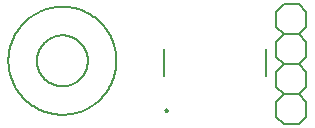
<source format=gbr>
G04 EAGLE Gerber RS-274X export*
G75*
%MOMM*%
%FSLAX34Y34*%
%LPD*%
%INSilkscreen Top*%
%IPPOS*%
%AMOC8*
5,1,8,0,0,1.08239X$1,22.5*%
G01*
%ADD10C,0.127000*%
%ADD11C,0.200000*%
%ADD12C,0.152400*%
%ADD13C,0.203200*%


D10*
X309950Y242300D02*
X309950Y265700D01*
X223450Y265700D02*
X223450Y242300D01*
D11*
X224700Y213500D02*
X224702Y213563D01*
X224708Y213625D01*
X224718Y213687D01*
X224731Y213749D01*
X224749Y213809D01*
X224770Y213868D01*
X224795Y213926D01*
X224824Y213982D01*
X224856Y214036D01*
X224891Y214088D01*
X224929Y214137D01*
X224971Y214185D01*
X225015Y214229D01*
X225063Y214271D01*
X225112Y214309D01*
X225164Y214344D01*
X225218Y214376D01*
X225274Y214405D01*
X225332Y214430D01*
X225391Y214451D01*
X225451Y214469D01*
X225513Y214482D01*
X225575Y214492D01*
X225637Y214498D01*
X225700Y214500D01*
X225763Y214498D01*
X225825Y214492D01*
X225887Y214482D01*
X225949Y214469D01*
X226009Y214451D01*
X226068Y214430D01*
X226126Y214405D01*
X226182Y214376D01*
X226236Y214344D01*
X226288Y214309D01*
X226337Y214271D01*
X226385Y214229D01*
X226429Y214185D01*
X226471Y214137D01*
X226509Y214088D01*
X226544Y214036D01*
X226576Y213982D01*
X226605Y213926D01*
X226630Y213868D01*
X226651Y213809D01*
X226669Y213749D01*
X226682Y213687D01*
X226692Y213625D01*
X226698Y213563D01*
X226700Y213500D01*
X226698Y213437D01*
X226692Y213375D01*
X226682Y213313D01*
X226669Y213251D01*
X226651Y213191D01*
X226630Y213132D01*
X226605Y213074D01*
X226576Y213018D01*
X226544Y212964D01*
X226509Y212912D01*
X226471Y212863D01*
X226429Y212815D01*
X226385Y212771D01*
X226337Y212729D01*
X226288Y212691D01*
X226236Y212656D01*
X226182Y212624D01*
X226126Y212595D01*
X226068Y212570D01*
X226009Y212549D01*
X225949Y212531D01*
X225887Y212518D01*
X225825Y212508D01*
X225763Y212502D01*
X225700Y212500D01*
X225637Y212502D01*
X225575Y212508D01*
X225513Y212518D01*
X225451Y212531D01*
X225391Y212549D01*
X225332Y212570D01*
X225274Y212595D01*
X225218Y212624D01*
X225164Y212656D01*
X225112Y212691D01*
X225063Y212729D01*
X225015Y212771D01*
X224971Y212815D01*
X224929Y212863D01*
X224891Y212912D01*
X224856Y212964D01*
X224824Y213018D01*
X224795Y213074D01*
X224770Y213132D01*
X224749Y213191D01*
X224731Y213251D01*
X224718Y213313D01*
X224708Y213375D01*
X224702Y213437D01*
X224700Y213500D01*
D12*
X337566Y252730D02*
X343916Y246380D01*
X343916Y233680D01*
X337566Y227330D01*
X324866Y227330D01*
X318516Y233680D01*
X318516Y246380D01*
X324866Y252730D01*
X343916Y284480D02*
X343916Y297180D01*
X343916Y284480D02*
X337566Y278130D01*
X324866Y278130D01*
X318516Y284480D01*
X337566Y278130D02*
X343916Y271780D01*
X343916Y259080D01*
X337566Y252730D01*
X324866Y252730D01*
X318516Y259080D01*
X318516Y271780D01*
X324866Y278130D01*
X324866Y303530D02*
X337566Y303530D01*
X343916Y297180D01*
X324866Y303530D02*
X318516Y297180D01*
X318516Y284480D01*
X343916Y220980D02*
X343916Y208280D01*
X337566Y201930D01*
X324866Y201930D01*
X318516Y208280D01*
X337566Y227330D02*
X343916Y220980D01*
X324866Y227330D02*
X318516Y220980D01*
X318516Y208280D01*
X91694Y255524D02*
X91708Y256646D01*
X91749Y257767D01*
X91818Y258887D01*
X91914Y260005D01*
X92038Y261121D01*
X92189Y262233D01*
X92367Y263340D01*
X92572Y264444D01*
X92805Y265541D01*
X93064Y266633D01*
X93350Y267718D01*
X93663Y268796D01*
X94002Y269866D01*
X94367Y270927D01*
X94758Y271978D01*
X95174Y273020D01*
X95616Y274052D01*
X96084Y275072D01*
X96576Y276080D01*
X97093Y277076D01*
X97634Y278059D01*
X98199Y279029D01*
X98787Y279984D01*
X99399Y280925D01*
X100034Y281850D01*
X100691Y282759D01*
X101371Y283652D01*
X102072Y284528D01*
X102794Y285387D01*
X103538Y286228D01*
X104301Y287050D01*
X105085Y287853D01*
X105888Y288637D01*
X106710Y289400D01*
X107551Y290144D01*
X108410Y290866D01*
X109286Y291567D01*
X110179Y292247D01*
X111088Y292904D01*
X112013Y293539D01*
X112954Y294151D01*
X113909Y294739D01*
X114879Y295304D01*
X115862Y295845D01*
X116858Y296362D01*
X117866Y296854D01*
X118886Y297322D01*
X119918Y297764D01*
X120960Y298180D01*
X122011Y298571D01*
X123072Y298936D01*
X124142Y299275D01*
X125220Y299588D01*
X126305Y299874D01*
X127397Y300133D01*
X128494Y300366D01*
X129598Y300571D01*
X130705Y300749D01*
X131817Y300900D01*
X132933Y301024D01*
X134051Y301120D01*
X135171Y301189D01*
X136292Y301230D01*
X137414Y301244D01*
X138536Y301230D01*
X139657Y301189D01*
X140777Y301120D01*
X141895Y301024D01*
X143011Y300900D01*
X144123Y300749D01*
X145230Y300571D01*
X146334Y300366D01*
X147431Y300133D01*
X148523Y299874D01*
X149608Y299588D01*
X150686Y299275D01*
X151756Y298936D01*
X152817Y298571D01*
X153868Y298180D01*
X154910Y297764D01*
X155942Y297322D01*
X156962Y296854D01*
X157970Y296362D01*
X158966Y295845D01*
X159949Y295304D01*
X160919Y294739D01*
X161874Y294151D01*
X162815Y293539D01*
X163740Y292904D01*
X164649Y292247D01*
X165542Y291567D01*
X166418Y290866D01*
X167277Y290144D01*
X168118Y289400D01*
X168940Y288637D01*
X169743Y287853D01*
X170527Y287050D01*
X171290Y286228D01*
X172034Y285387D01*
X172756Y284528D01*
X173457Y283652D01*
X174137Y282759D01*
X174794Y281850D01*
X175429Y280925D01*
X176041Y279984D01*
X176629Y279029D01*
X177194Y278059D01*
X177735Y277076D01*
X178252Y276080D01*
X178744Y275072D01*
X179212Y274052D01*
X179654Y273020D01*
X180070Y271978D01*
X180461Y270927D01*
X180826Y269866D01*
X181165Y268796D01*
X181478Y267718D01*
X181764Y266633D01*
X182023Y265541D01*
X182256Y264444D01*
X182461Y263340D01*
X182639Y262233D01*
X182790Y261121D01*
X182914Y260005D01*
X183010Y258887D01*
X183079Y257767D01*
X183120Y256646D01*
X183134Y255524D01*
X183120Y254402D01*
X183079Y253281D01*
X183010Y252161D01*
X182914Y251043D01*
X182790Y249927D01*
X182639Y248815D01*
X182461Y247708D01*
X182256Y246604D01*
X182023Y245507D01*
X181764Y244415D01*
X181478Y243330D01*
X181165Y242252D01*
X180826Y241182D01*
X180461Y240121D01*
X180070Y239070D01*
X179654Y238028D01*
X179212Y236996D01*
X178744Y235976D01*
X178252Y234968D01*
X177735Y233972D01*
X177194Y232989D01*
X176629Y232019D01*
X176041Y231064D01*
X175429Y230123D01*
X174794Y229198D01*
X174137Y228289D01*
X173457Y227396D01*
X172756Y226520D01*
X172034Y225661D01*
X171290Y224820D01*
X170527Y223998D01*
X169743Y223195D01*
X168940Y222411D01*
X168118Y221648D01*
X167277Y220904D01*
X166418Y220182D01*
X165542Y219481D01*
X164649Y218801D01*
X163740Y218144D01*
X162815Y217509D01*
X161874Y216897D01*
X160919Y216309D01*
X159949Y215744D01*
X158966Y215203D01*
X157970Y214686D01*
X156962Y214194D01*
X155942Y213726D01*
X154910Y213284D01*
X153868Y212868D01*
X152817Y212477D01*
X151756Y212112D01*
X150686Y211773D01*
X149608Y211460D01*
X148523Y211174D01*
X147431Y210915D01*
X146334Y210682D01*
X145230Y210477D01*
X144123Y210299D01*
X143011Y210148D01*
X141895Y210024D01*
X140777Y209928D01*
X139657Y209859D01*
X138536Y209818D01*
X137414Y209804D01*
X136292Y209818D01*
X135171Y209859D01*
X134051Y209928D01*
X132933Y210024D01*
X131817Y210148D01*
X130705Y210299D01*
X129598Y210477D01*
X128494Y210682D01*
X127397Y210915D01*
X126305Y211174D01*
X125220Y211460D01*
X124142Y211773D01*
X123072Y212112D01*
X122011Y212477D01*
X120960Y212868D01*
X119918Y213284D01*
X118886Y213726D01*
X117866Y214194D01*
X116858Y214686D01*
X115862Y215203D01*
X114879Y215744D01*
X113909Y216309D01*
X112954Y216897D01*
X112013Y217509D01*
X111088Y218144D01*
X110179Y218801D01*
X109286Y219481D01*
X108410Y220182D01*
X107551Y220904D01*
X106710Y221648D01*
X105888Y222411D01*
X105085Y223195D01*
X104301Y223998D01*
X103538Y224820D01*
X102794Y225661D01*
X102072Y226520D01*
X101371Y227396D01*
X100691Y228289D01*
X100034Y229198D01*
X99399Y230123D01*
X98787Y231064D01*
X98199Y232019D01*
X97634Y232989D01*
X97093Y233972D01*
X96576Y234968D01*
X96084Y235976D01*
X95616Y236996D01*
X95174Y238028D01*
X94758Y239070D01*
X94367Y240121D01*
X94002Y241182D01*
X93663Y242252D01*
X93350Y243330D01*
X93064Y244415D01*
X92805Y245507D01*
X92572Y246604D01*
X92367Y247708D01*
X92189Y248815D01*
X92038Y249927D01*
X91914Y251043D01*
X91818Y252161D01*
X91749Y253281D01*
X91708Y254402D01*
X91694Y255524D01*
D13*
X115914Y255524D02*
X115920Y256052D01*
X115940Y256579D01*
X115972Y257106D01*
X116018Y257631D01*
X116076Y258156D01*
X116147Y258679D01*
X116231Y259200D01*
X116327Y259718D01*
X116436Y260235D01*
X116558Y260748D01*
X116693Y261258D01*
X116840Y261765D01*
X116999Y262268D01*
X117171Y262767D01*
X117355Y263262D01*
X117551Y263752D01*
X117758Y264237D01*
X117978Y264716D01*
X118210Y265191D01*
X118453Y265659D01*
X118707Y266121D01*
X118973Y266577D01*
X119250Y267026D01*
X119537Y267469D01*
X119836Y267904D01*
X120145Y268332D01*
X120465Y268751D01*
X120794Y269163D01*
X121134Y269567D01*
X121484Y269963D01*
X121843Y270349D01*
X122211Y270727D01*
X122589Y271095D01*
X122975Y271454D01*
X123371Y271804D01*
X123775Y272144D01*
X124187Y272473D01*
X124606Y272793D01*
X125034Y273102D01*
X125469Y273401D01*
X125912Y273688D01*
X126361Y273965D01*
X126817Y274231D01*
X127279Y274485D01*
X127747Y274728D01*
X128222Y274960D01*
X128701Y275180D01*
X129186Y275387D01*
X129676Y275583D01*
X130171Y275767D01*
X130670Y275939D01*
X131173Y276098D01*
X131680Y276245D01*
X132190Y276380D01*
X132703Y276502D01*
X133220Y276611D01*
X133738Y276707D01*
X134259Y276791D01*
X134782Y276862D01*
X135307Y276920D01*
X135832Y276966D01*
X136359Y276998D01*
X136886Y277018D01*
X137414Y277024D01*
X137942Y277018D01*
X138469Y276998D01*
X138996Y276966D01*
X139521Y276920D01*
X140046Y276862D01*
X140569Y276791D01*
X141090Y276707D01*
X141608Y276611D01*
X142125Y276502D01*
X142638Y276380D01*
X143148Y276245D01*
X143655Y276098D01*
X144158Y275939D01*
X144657Y275767D01*
X145152Y275583D01*
X145642Y275387D01*
X146127Y275180D01*
X146606Y274960D01*
X147081Y274728D01*
X147549Y274485D01*
X148011Y274231D01*
X148467Y273965D01*
X148916Y273688D01*
X149359Y273401D01*
X149794Y273102D01*
X150222Y272793D01*
X150641Y272473D01*
X151053Y272144D01*
X151457Y271804D01*
X151853Y271454D01*
X152239Y271095D01*
X152617Y270727D01*
X152985Y270349D01*
X153344Y269963D01*
X153694Y269567D01*
X154034Y269163D01*
X154363Y268751D01*
X154683Y268332D01*
X154992Y267904D01*
X155291Y267469D01*
X155578Y267026D01*
X155855Y266577D01*
X156121Y266121D01*
X156375Y265659D01*
X156618Y265191D01*
X156850Y264716D01*
X157070Y264237D01*
X157277Y263752D01*
X157473Y263262D01*
X157657Y262767D01*
X157829Y262268D01*
X157988Y261765D01*
X158135Y261258D01*
X158270Y260748D01*
X158392Y260235D01*
X158501Y259718D01*
X158597Y259200D01*
X158681Y258679D01*
X158752Y258156D01*
X158810Y257631D01*
X158856Y257106D01*
X158888Y256579D01*
X158908Y256052D01*
X158914Y255524D01*
X158908Y254996D01*
X158888Y254469D01*
X158856Y253942D01*
X158810Y253417D01*
X158752Y252892D01*
X158681Y252369D01*
X158597Y251848D01*
X158501Y251330D01*
X158392Y250813D01*
X158270Y250300D01*
X158135Y249790D01*
X157988Y249283D01*
X157829Y248780D01*
X157657Y248281D01*
X157473Y247786D01*
X157277Y247296D01*
X157070Y246811D01*
X156850Y246332D01*
X156618Y245857D01*
X156375Y245389D01*
X156121Y244927D01*
X155855Y244471D01*
X155578Y244022D01*
X155291Y243579D01*
X154992Y243144D01*
X154683Y242716D01*
X154363Y242297D01*
X154034Y241885D01*
X153694Y241481D01*
X153344Y241085D01*
X152985Y240699D01*
X152617Y240321D01*
X152239Y239953D01*
X151853Y239594D01*
X151457Y239244D01*
X151053Y238904D01*
X150641Y238575D01*
X150222Y238255D01*
X149794Y237946D01*
X149359Y237647D01*
X148916Y237360D01*
X148467Y237083D01*
X148011Y236817D01*
X147549Y236563D01*
X147081Y236320D01*
X146606Y236088D01*
X146127Y235868D01*
X145642Y235661D01*
X145152Y235465D01*
X144657Y235281D01*
X144158Y235109D01*
X143655Y234950D01*
X143148Y234803D01*
X142638Y234668D01*
X142125Y234546D01*
X141608Y234437D01*
X141090Y234341D01*
X140569Y234257D01*
X140046Y234186D01*
X139521Y234128D01*
X138996Y234082D01*
X138469Y234050D01*
X137942Y234030D01*
X137414Y234024D01*
X136886Y234030D01*
X136359Y234050D01*
X135832Y234082D01*
X135307Y234128D01*
X134782Y234186D01*
X134259Y234257D01*
X133738Y234341D01*
X133220Y234437D01*
X132703Y234546D01*
X132190Y234668D01*
X131680Y234803D01*
X131173Y234950D01*
X130670Y235109D01*
X130171Y235281D01*
X129676Y235465D01*
X129186Y235661D01*
X128701Y235868D01*
X128222Y236088D01*
X127747Y236320D01*
X127279Y236563D01*
X126817Y236817D01*
X126361Y237083D01*
X125912Y237360D01*
X125469Y237647D01*
X125034Y237946D01*
X124606Y238255D01*
X124187Y238575D01*
X123775Y238904D01*
X123371Y239244D01*
X122975Y239594D01*
X122589Y239953D01*
X122211Y240321D01*
X121843Y240699D01*
X121484Y241085D01*
X121134Y241481D01*
X120794Y241885D01*
X120465Y242297D01*
X120145Y242716D01*
X119836Y243144D01*
X119537Y243579D01*
X119250Y244022D01*
X118973Y244471D01*
X118707Y244927D01*
X118453Y245389D01*
X118210Y245857D01*
X117978Y246332D01*
X117758Y246811D01*
X117551Y247296D01*
X117355Y247786D01*
X117171Y248281D01*
X116999Y248780D01*
X116840Y249283D01*
X116693Y249790D01*
X116558Y250300D01*
X116436Y250813D01*
X116327Y251330D01*
X116231Y251848D01*
X116147Y252369D01*
X116076Y252892D01*
X116018Y253417D01*
X115972Y253942D01*
X115940Y254469D01*
X115920Y254996D01*
X115914Y255524D01*
M02*

</source>
